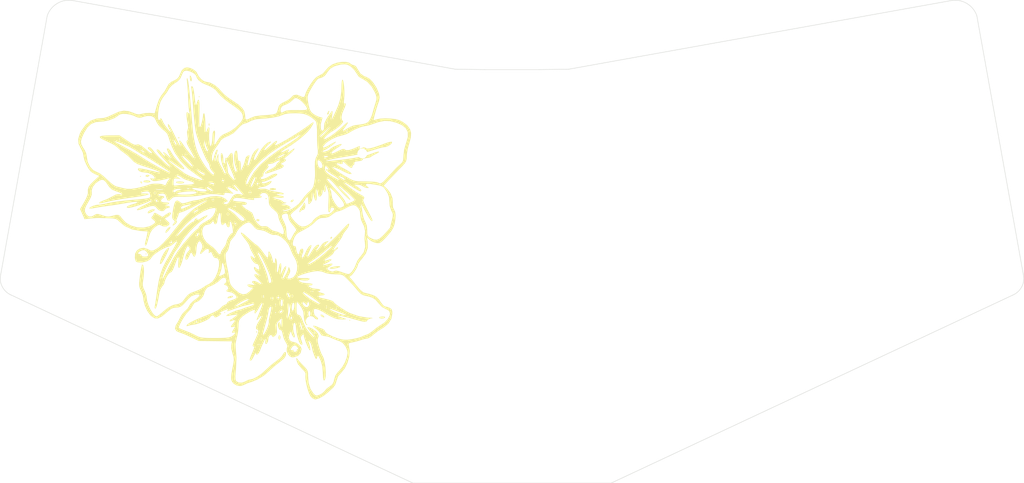
<source format=kicad_pcb>
(kicad_pcb (version 20211014) (generator pcbnew)
  (title_block (title "Bottom Plate for Amarilis Keyboard") (date "2023-03-17") (rev "1.0") (company "@tangzero"))
  (layers (0 "F.Cu" signal) (31 "B.Cu" signal) (34 "B.Paste" user) (35 "F.Paste" user) (36 "B.SilkS" user "B.Silkscreen") (37 "F.SilkS" user "F.Silkscreen") (38 "B.Mask" user) (39 "F.Mask" user) (44 "Edge.Cuts" user))
  (net 0 "")
  (footprint "kbd:thread_m2" (layer "F.Cu") (at 100.907806 119.284026)
    (fp_text reference "Ref**" hide)
    (fp_text value "Val**" hide)
    (pad "" np_thru_hole circle locked (at 0 0) (size 2.3 2.3) (drill 2.3) (layers F&B.Cu *.Mask))
  )
  (footprint "kbd:thread_m2" (layer "F.Cu") (at 148.015842 144.252025)
    (fp_text reference "Ref**" hide)
    (fp_text value "Val**" hide)
    (pad "" np_thru_hole circle locked (at 0 0) (size 2.3 2.3) (drill 2.3) (layers F&B.Cu *.Mask))
  )
  (footprint "kbd:thread_m2" (layer "F.Cu") (at 58.613345 59.228174)
    (fp_text reference "Ref**" hide)
    (fp_text value "Val**" hide)
    (pad "" np_thru_hole circle locked (at 0 0) (size 2.3 2.3) (drill 2.3) (layers *.Cu *.Mask))
  )
  (footprint "kbd:thread_m2" (layer "F.Cu") (at 112.976295 80.034293)
    (fp_text reference "Ref**" hide)
    (fp_text value "Val**" hide)
    (pad "" np_thru_hole circle locked (at 0 0) (size 2.3 2.3) (drill 2.3) (layers F&B.Cu *.Mask))
  )
  (footprint "kbd:thread_m2" (layer "F.Cu") (at 237.418722 59.228173)
    (fp_text reference "Ref**" hide)
    (fp_text value "Val**" hide)
    (pad "" np_thru_hole circle locked (at 0 0) (size 2.3 2.3) (drill 2.3) (layers F&B.Cu *.Mask))
  )
  (footprint "kbd:thread_m2" (layer "F.Cu") (at 183.055772 80.034293)
    (fp_text reference "Ref**" hide)
    (fp_text value "Val**" hide)
    (pad "" np_thru_hole circle locked (at 0 0) (size 2.3 2.3) (drill 2.3) (layers F&B.Cu *.Mask))
  )
  (footprint "custom:amarilis" (layer "F.Cu") (at 84.5 98.75)
    (fp_text reference "G***" hide)
    (fp_text value "LOGO" hide)
  )
  (footprint "kbd:thread_m2" (layer "F.Cu") (at 245.953531 107.631475)
    (fp_text reference "Ref**" hide)
    (fp_text value "Val**" hide)
    (pad "" np_thru_hole circle locked (at 0 0) (size 2.3 2.3) (drill 2.3) (layers F&B.Cu *.Mask))
  )
  (footprint "kbd:thread_m2" (layer "F.Cu") (at 195.124261 119.284026)
    (fp_text reference "Ref**" hide)
    (fp_text value "Val**" hide)
    (pad "" np_thru_hole circle locked (at 0 0) (size 2.3 2.3) (drill 2.3) (layers F&B.Cu *.Mask))
  )
  (footprint "kbd:thread_m2" (layer "F.Cu") (at 50.078536 107.631475)
    (fp_text reference "Ref**" hide)
    (fp_text value "Val**" hide)
    (pad "" np_thru_hole circle locked (at 0 0) (size 2.3 2.3) (drill 2.3) (layers F&B.Cu *.Mask))
  )
  (gr_line (start 141.6 60.4) (end 154.4 60.4) (layer "Edge.Cuts") (width 0.1))
  (gr_line (start 124.8 157.2) (end 171.25 157.2) (layer "Edge.Cuts") (width 0.1))
  (gr_line (start 161.35 60.3) (end 154.4 60.4) (layer "Edge.Cuts") (width 0.1))
  (gr_line (start 141.6 60.4) (end 134.7 60.3) (layer "Edge.Cuts") (width 0.1))
  (gr_line (start 28.2 109) (end 39.2 47.8) (layer "Edge.Cuts") (width 0.1))
  (gr_line (start 265.25 113.2) (end 171.25 157.2) (layer "Edge.Cuts") (width 0.1))
  (gr_arc (start 30.8 113.2) (mid 28.83524 111.511518) (end 28.2 109) (layer "Edge.Cuts") (width 0.1))
  (gr_line (start 161.35 60.3) (end 251.05 44.2) (layer "Edge.Cuts") (width 0.1))
  (gr_arc (start 267.85 109) (mid 267.21476 111.511518) (end 265.25 113.2) (layer "Edge.Cuts") (width 0.1))
  (gr_line (start 256.85 47.8) (end 267.85 109) (layer "Edge.Cuts") (width 0.1))
  (gr_line (start 124.8 157.2) (end 30.8 113.2) (layer "Edge.Cuts") (width 0.1))
  (gr_line (start 45 44.2) (end 134.7 60.3) (layer "Edge.Cuts") (width 0.1))
  (gr_arc (start 39.2 47.8) (mid 41.456213 44.962788) (end 45 44.2) (layer "Edge.Cuts") (width 0.1))
  (gr_arc (start 251.05 44.2) (mid 254.593787 44.962788) (end 256.85 47.8) (layer "Edge.Cuts") (width 0.1))
)
</source>
